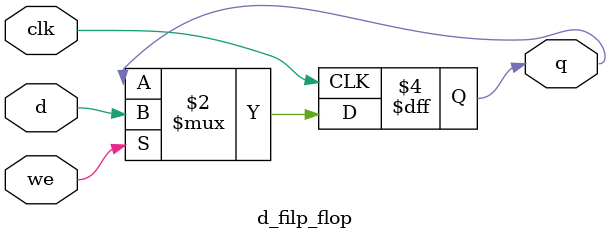
<source format=v>
module d_filp_flop(d, we, clk, q);
	input d, we, clk;
	output reg q;
	
	always @  (posedge clk)
	begin
		if (we)
			q <= d;
	end
endmodule

</source>
